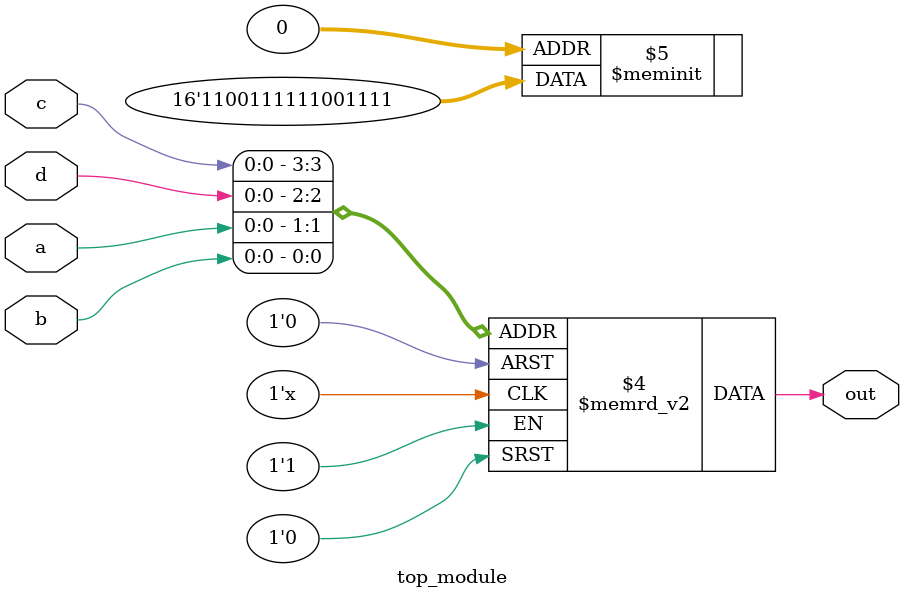
<source format=sv>
module top_module (
    input a, 
    input b,
    input c,
    input d,
    output reg out
);

always @(*) begin
    case ({c, d, a, b})
        4'b0001, 4'b0011, 4'b1001, 4'b1011: out = 1'b1;
        4'b0100, 4'b0101, 4'b1100, 4'b1101: out = 1'b0;
        default: out = 1'b1; // Don't-care outputs can be assigned to 1
    endcase
end

endmodule

</source>
